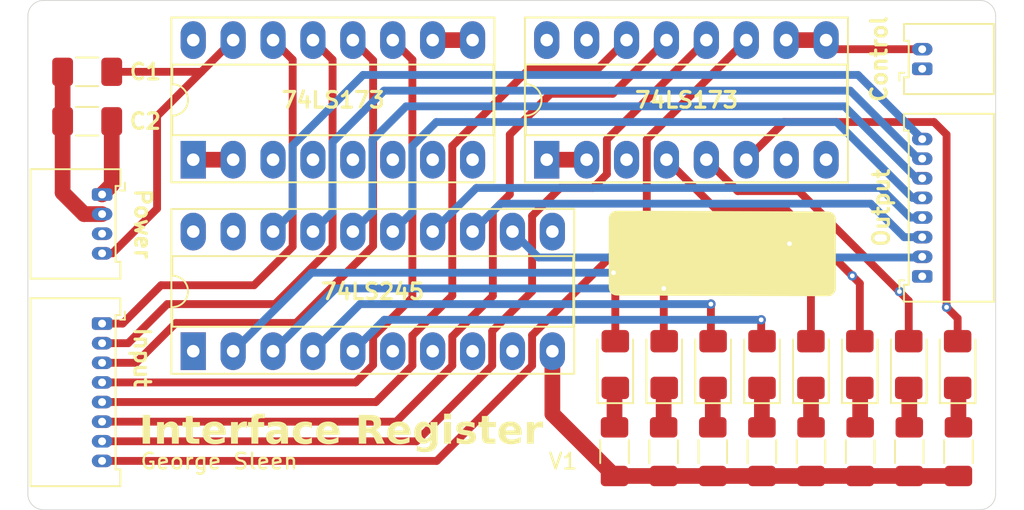
<source format=kicad_pcb>
(kicad_pcb (version 20240108) (generator "pcbnew") (generator_version "8.0")
  (layers (0 "F.Cu" signal) (1 "In1.Cu" signal) (2 "In2.Cu" signal) (31 "B.Cu" signal) (34 "B.Paste" user) (35 "F.Paste" user) (36 "B.SilkS" user "B.Silkscreen") (37 "F.SilkS" user "F.Silkscreen") (38 "B.Mask" user) (39 "F.Mask" user) (44 "Edge.Cuts" user))
  (net 0 "")
  (net 1 "Net-(D1-K)")
  (net 2 "GNDREF")
  (net 3 "Net-(D2-K)")
  (net 4 "Net-(D3-K)")
  (net 5 "Net-(D4-K)")
  (net 6 "Net-(D5-K)")
  (net 7 "Net-(D6-K)")
  (net 8 "Net-(D7-K)")
  (net 9 "Net-(D8-K)")
  (net 10 "/BUS 6")
  (net 11 "/A5")
  (net 12 "VCC")
  (net 13 "/A7")
  (net 14 "/BUS 5")
  (net 15 "/BUS 3")
  (net 16 "/A2")
  (net 17 "/A4")
  (net 18 "/BUS 1")
  (net 19 "/A6")
  (net 20 "/~{Aout}")
  (net 21 "/A0")
  (net 22 "/A1")
  (net 23 "/BUS 4")
  (net 24 "/A3")
  (net 25 "/BUS 0")
  (net 26 "/BUS 7")
  (net 27 "/BUS 2")
  (net 28 "/~{Ain}")
  (net 29 "/CLK")
  (net 30 "/CLR")
  (net 31 "Net-(D1-A)")
  (net 32 "Net-(D2-A)")
  (net 33 "Net-(D3-A)")
  (net 34 "Net-(D4-A)")
  (net 35 "Net-(D5-A)")
  (net 36 "Net-(D6-A)")
  (net 37 "Net-(D7-A)")
  (net 38 "Net-(D8-A)")
  (footprint "Package_DIP:DIP-16_W7.62mm_Socket_LongPads" (layer "F.Cu") (at 155.35 63.4 90)
    (property "Reference" "U5" (hide yes))
    (property "Value" "74LS173")
    (fp_line (start 9.06 -1.39) (end -1.44 -1.39) (stroke (width 0.12)) (layer "F.SilkS"))
    (fp_line (start -1.44 -1.39) (end -1.44 19.17) (stroke (width 0.12)) (layer "F.SilkS"))
    (fp_line (start 6.06 -1.33) (end 4.81 -1.33) (stroke (width 0.12)) (layer "F.SilkS"))
    (fp_line (start 2.81 -1.33) (end 1.56 -1.33) (stroke (width 0.12)) (layer "F.SilkS"))
    (fp_line (start 1.56 -1.33) (end 1.56 19.11) (stroke (width 0.12)) (layer "F.SilkS"))
    (fp_line (start 6.06 19.11) (end 6.06 -1.33) (stroke (width 0.12)) (layer "F.SilkS"))
    (fp_line (start 1.56 19.11) (end 6.06 19.11) (stroke (width 0.12)) (layer "F.SilkS"))
    (fp_line (start 9.06 19.17) (end 9.06 -1.39) (stroke (width 0.12)) (layer "F.SilkS"))
    (fp_line (start -1.44 19.17) (end 9.06 19.17) (stroke (width 0.12)) (layer "F.SilkS"))
    (fp_arc (start 4.81 -1.33) (mid 3.81 -0.33) (end 2.81 -1.33) (stroke (width 0.12)) (layer "F.SilkS"))
    (pad "1" thru_hole rect (at 0 0 90) (size 2.4 1.6) (drill 0.8) (layers "*.Cu" "*.Mask") (net 2 "GNDREF"))
    (pad "2" thru_hole oval (at 0 2.54 90) (size 2.4 1.6) (drill 0.8) (layers "*.Cu" "*.Mask") (net 2 "GNDREF"))
    (pad "3" thru_hole oval (at 0 5.08 90) (size 2.4 1.6) (drill 0.8) (layers "*.Cu" "*.Mask") (net 35 "Net-(D5-A)"))
    (pad "4" thru_hole oval (at 0 7.62 90) (size 2.4 1.6) (drill 0.8) (layers "*.Cu" "*.Mask") (net 36 "Net-(D6-A)"))
    (pad "5" thru_hole oval (at 0 10.16 90) (size 2.4 1.6) (drill 0.8) (layers "*.Cu" "*.Mask") (net 37 "Net-(D7-A)"))
    (pad "6" thru_hole oval (at 0 12.7 90) (size 2.4 1.6) (drill 0.8) (layers "*.Cu" "*.Mask") (net 38 "Net-(D8-A)"))
    (pad "7" thru_hole oval (at 0 15.24 90) (size 2.4 1.6) (drill 0.8) (layers "*.Cu" "*.Mask") (net 29 "/CLK"))
    (pad "8" thru_hole oval (at 0 17.78 90) (size 2.4 1.6) (drill 0.8) (layers "*.Cu" "*.Mask") (net 2 "GNDREF"))
    (pad "9" thru_hole oval (at 7.62 17.78 90) (size 2.4 1.6) (drill 0.8) (layers "*.Cu" "*.Mask") (net 28 "/~{Ain}"))
    (pad "10" thru_hole oval (at 7.62 15.24 90) (size 2.4 1.6) (drill 0.8) (layers "*.Cu" "*.Mask") (net 28 "/~{Ain}"))
    (pad "11" thru_hole oval (at 7.62 12.7 90) (size 2.4 1.6) (drill 0.8) (layers "*.Cu" "*.Mask") (net 25 "/BUS 0"))
    (pad "12" thru_hole oval (at 7.62 10.16 90) (size 2.4 1.6) (drill 0.8) (layers "*.Cu" "*.Mask") (net 18 "/BUS 1"))
    (pad "13" thru_hole oval (at 7.62 7.62 90) (size 2.4 1.6) (drill 0.8) (layers "*.Cu" "*.Mask") (net 27 "/BUS 2"))
    (pad "14" thru_hole oval (at 7.62 5.08 90) (size 2.4 1.6) (drill 0.8) (layers "*.Cu" "*.Mask") (net 15 "/BUS 3"))
    (pad "15" thru_hole oval (at 7.62 2.54 90) (size 2.4 1.6) (drill 0.8) (layers "*.Cu" "*.Mask") (net 30 "/CLR"))
    (pad "16" thru_hole oval (at 7.62 0 90) (size 2.4 1.6) (drill 0.8) (layers "*.Cu" "*.Mask") (net 12 "VCC"))
  )
  (footprint "LED_SMD:LED_1206_3216Metric_Pad1.42x1.75mm_HandSolder" (layer "F.Cu") (at 178.391714 76.451 90)
    (property "Reference" "D7" (hide yes))
    (property "Value" "LED")
    (fp_line (start 1.6 -1.135) (end -2.46 -1.135) (stroke (width 0.12)) (layer "F.SilkS"))
    (fp_line (start -2.46 -1.135) (end -2.46 1.135) (stroke (width 0.12)) (layer "F.SilkS"))
    (fp_line (start -2.46 1.135) (end 1.6 1.135) (stroke (width 0.12)) (layer "F.SilkS"))
    (pad "1" smd roundrect (at -1.4875 0 90) (size 1.425 1.75) (layers "F.Cu" "F.Paste" "F.Mask") (roundrect_rratio 0.175439) (net 8 "Net-(D7-K)"))
    (pad "2" smd roundrect (at 1.4875 0 90) (size 1.425 1.75) (layers "F.Cu" "F.Paste" "F.Mask") (roundrect_rratio 0.175439) (net 37 "Net-(D7-A)"))
  )
  (footprint "Connector_Molex:Molex_PicoBlade_53048-0210_1x02_P1.25mm_Horizontal" (layer "F.Cu") (at 179.25 57.61 90)
    (property "Reference" "J3" (hide yes))
    (property "Value" "Control")
    (fp_line (start -0.25 -1.45) (end -0.75 -1.45) (stroke (width 0.12)) (layer "F.SilkS"))
    (fp_line (start 2.86 -1.16) (end 2.86 4.56) (stroke (width 0.12)) (layer "F.SilkS"))
    (fp_line (start 1.79 -1.16) (end 2.86 -1.16) (stroke (width 0.12)) (layer "F.SilkS"))
    (fp_line (start -0.54 -1.16) (end -1.61 -1.16) (stroke (width 0.12)) (layer "F.SilkS"))
    (fp_line (start -1.61 -1.16) (end -1.61 4.56) (stroke (width 0.12)) (layer "F.SilkS"))
    (fp_line (start -0.25 -1.15) (end -0.25 -1.45) (stroke (width 0.12)) (layer "F.SilkS"))
    (fp_line (start 1.79 -0.86) (end 1.79 -1.16) (stroke (width 0.12)) (layer "F.SilkS"))
    (fp_line (start 0.625 -0.86) (end 1.79 -0.86) (stroke (width 0.12)) (layer "F.SilkS"))
    (fp_line (start 0.625 -0.86) (end -0.54 -0.86) (stroke (width 0.12)) (layer "F.SilkS"))
    (fp_line (start -0.54 -0.86) (end -0.54 -1.16) (stroke (width 0.12)) (layer "F.SilkS"))
    (fp_line (start 2.86 4.56) (end 0.625 4.56) (stroke (width 0.12)) (layer "F.SilkS"))
    (fp_line (start -1.61 4.56) (end 0.625 4.56) (stroke (width 0.12)) (layer "F.SilkS"))
    (pad "1" thru_hole roundrect (at 0 0 90) (size 0.8 1.3) (drill 0.5) (layers "*.Cu" "*.Mask") (net 20 "/~{Aout}"))
    (pad "2" thru_hole oval (at 1.25 0 90) (size 0.8 1.3) (drill 0.5) (layers "*.Cu" "*.Mask") (net 28 "/~{Ain}"))
  )
  (footprint "LED_SMD:LED_1206_3216Metric_Pad1.42x1.75mm_HandSolder" (layer "F.Cu") (at 165.940286 76.451 90)
    (property "Reference" "D3" (hide yes))
    (property "Value" "LED")
    (fp_line (start 1.6 -1.135) (end -2.46 -1.135) (stroke (width 0.12)) (layer "F.SilkS"))
    (fp_line (start -2.46 -1.135) (end -2.46 1.135) (stroke (width 0.12)) (layer "F.SilkS"))
    (fp_line (start -2.46 1.135) (end 1.6 1.135) (stroke (width 0.12)) (layer "F.SilkS"))
    (pad "1" smd roundrect (at -1.4875 0 90) (size 1.425 1.75) (layers "F.Cu" "F.Paste" "F.Mask") (roundrect_rratio 0.175439) (net 4 "Net-(D3-K)"))
    (pad "2" smd roundrect (at 1.4875 0 90) (size 1.425 1.75) (layers "F.Cu" "F.Paste" "F.Mask") (roundrect_rratio 0.175439) (net 33 "Net-(D3-A)"))
  )
  (footprint "Capacitor_SMD:C_1206_3216Metric_Pad1.33x1.80mm_HandSolder" (layer "F.Cu") (at 126.1 57.8)
    (property "Reference" "C1" (at 3.7 0 0) (layer "F.SilkS") (effects (font (thickness 0.2) (bold yes))))
    (property "Value" "0.1uF")
    (fp_line (start -0.711252 -0.91) (end 0.711252 -0.91) (stroke (width 0.12)) (layer "F.SilkS"))
    (fp_line (start -0.711252 0.91) (end 0.711252 0.91) (stroke (width 0.12)) (layer "F.SilkS"))
    (pad "1" smd roundrect (at -1.5625 0) (size 1.325 1.8) (layers "F.Cu" "F.Paste" "F.Mask") (roundrect_rratio 0.188679) (net 2 "GNDREF"))
    (pad "2" smd roundrect (at 1.5625 0) (size 1.325 1.8) (layers "F.Cu" "F.Paste" "F.Mask") (roundrect_rratio 0.188679) (net 30 "/CLR"))
  )
  (footprint "Resistor_SMD:R_1206_3216Metric_Pad1.30x1.75mm_HandSolder" (layer "F.Cu") (at 178.427424 82.0005 -90)
    (property "Reference" "R7" (hide yes))
    (property "Value" "220")
    (fp_line (start -0.727064 0.91) (end 0.727064 0.91) (stroke (width 0.12)) (layer "F.SilkS"))
    (fp_line (start -0.727064 -0.91) (end 0.727064 -0.91) (stroke (width 0.12)) (layer "F.SilkS"))
    (pad "1" smd roundrect (at -1.55 0 270) (size 1.3 1.75) (layers "F.Cu" "F.Paste" "F.Mask") (roundrect_rratio 0.192308) (net 8 "Net-(D7-K)"))
    (pad "2" smd roundrect (at 1.55 0 270) (size 1.3 1.75) (layers "F.Cu" "F.Paste" "F.Mask") (roundrect_rratio 0.192308) (net 2 "GNDREF"))
  )
  (footprint "Package_DIP:DIP-20_W7.62mm_Socket_LongPads" (layer "F.Cu") (at 132.85 75.6 90)
    (property "Reference" "U6" (hide yes))
    (property "Value" "74LS245")
    (fp_line (start 9.06 -1.39) (end -1.44 -1.39) (stroke (width 0.12)) (layer "F.SilkS"))
    (fp_line (start -1.44 -1.39) (end -1.44 24.25) (stroke (width 0.12)) (layer "F.SilkS"))
    (fp_line (start 6.06 -1.33) (end 4.81 -1.33) (stroke (width 0.12)) (layer "F.SilkS"))
    (fp_line (start 2.81 -1.33) (end 1.56 -1.33) (stroke (width 0.12)) (layer "F.SilkS"))
    (fp_line (start 1.56 -1.33) (end 1.56 24.19) (stroke (width 0.12)) (layer "F.SilkS"))
    (fp_line (start 6.06 24.19) (end 6.06 -1.33) (stroke (width 0.12)) (layer "F.SilkS"))
    (fp_line (start 1.56 24.19) (end 6.06 24.19) (stroke (width 0.12)) (layer "F.SilkS"))
    (fp_line (start 9.06 24.25) (end 9.06 -1.39) (stroke (width 0.12)) (layer "F.SilkS"))
    (fp_line (start -1.44 24.25) (end 9.06 24.25) (stroke (width 0.12)) (layer "F.SilkS"))
    (fp_arc (start 4.81 -1.33) (mid 3.81 -0.33) (end 2.81 -1.33) (stroke (width 0.12)) (layer "F.SilkS"))
    (pad "1" thru_hole rect (at 0 0 90) (size 2.4 1.6) (drill 0.8) (layers "*.Cu" "*.Mask") (net 12 "VCC"))
    (pad "2" thru_hole oval (at 0 2.54 90) (size 2.4 1.6) (drill 0.8) (layers "*.Cu" "*.Mask") (net 31 "Net-(D1-A)"))
    (pad "3" thru_hole oval (at 0 5.08 90) (size 2.4 1.6) (drill 0.8) (layers "*.Cu" "*.Mask") (net 32 "Net-(D2-A)"))
    (pad "4" thru_hole oval (at 0 7.62 90) (size 2.4 1.6) (drill 0.8) (layers "*.Cu" "*.Mask") (net 33 "Net-(D3-A)"))
    (pad "5" thru_hole oval (at 0 10.16 90) (size 2.4 1.6) (drill 0.8) (layers "*.Cu" "*.Mask") (net 34 "Net-(D4-A)"))
    (pad "6" thru_hole oval (at 0 12.7 90) (size 2.4 1.6) (drill 0.8) (layers "*.Cu" "*.Mask") (net 35 "Net-(D5-A)"))
    (pad "7" thru_hole oval (at 0 15.24 90) (size 2.4 1.6) (drill 0.8) (layers "*.Cu" "*.Mask") (net 36 "Net-(D6-A)"))
    (pad "8" thru_hole oval (at 0 17.78 90) (size 2.4 1.6) (drill 0.8) (layers "*.Cu" "*.Mask") (net 37 "Net-(D7-A)"))
    (pad "9" thru_hole oval (at 0 20.32 90) (size 2.4 1.6) (drill 0.8) (layers "*.Cu" "*.Mask") (net 38 "Net-(D8-A)"))
    (pad "10" thru_hole oval (at 0 22.86 90) (size 2.4 1.6) (drill 0.8) (layers "*.Cu" "*.Mask") (net 2 "GNDREF"))
    (pad "11" thru_hole oval (at 7.62 22.86 90) (size 2.4 1.6) (drill 0.8) (layers "*.Cu" "*.Mask") (net 13 "/A7"))
    (pad "12" thru_hole oval (at 7.62 20.32 90) (size 2.4 1.6) (drill 0.8) (layers "*.Cu" "*.Mask") (net 19 "/A6"))
    (pad "13" thru_hole oval (at 7.62 17.78 90) (size 2.4 1.6) (drill 0.8) (layers "*.Cu" "*.Mask") (net 11 "/A5"))
    (pad "14" thru_hole oval (at 7.62 15.24 90) (size 2.4 1.6) (drill 0.8) (layers "*.Cu" "*.Mask") (net 17 "/A4"))
    (pad "15" thru_hole oval (at 7.62 12.7 90) (size 2.4 1.6) (drill 0.8) (layers "*.Cu" "*.Mask") (net 24 "/A3"))
    (pad "16" thru_hole oval (at 7.62 10.16 90) (size 2.4 1.6) (drill 0.8) (layers "*.Cu" "*.Mask") (net 16 "/A2"))
    (pad "17" thru_hole oval (at 7.62 7.62 90) (size 2.4 1.6) (drill 0.8) (layers "*.Cu" "*.Mask") (net 22 "/A1"))
    (pad "18" thru_hole oval (at 7.62 5.08 90) (size 2.4 1.6) (drill 0.8) (layers "*.Cu" "*.Mask") (net 21 "/A0"))
    (pad "19" thru_hole oval (at 7.62 2.54 90) (size 2.4 1.6) (drill 0.8) (layers "*.Cu" "*.Mask") (net 20 "/~{Aout}"))
    (pad "20" thru_hole oval (at 7.62 0 90) (size 2.4 1.6) (drill 0.8) (layers "*.Cu" "*.Mask") (net 12 "VCC"))
  )
  (footprint "LED_SMD:LED_1206_3216Metric_Pad1.42x1.75mm_HandSolder" (layer "F.Cu") (at 169.053143 76.451 90)
    (property "Reference" "D4" (hide yes))
    (property "Value" "LED")
    (fp_line (start 1.6 -1.135) (end -2.46 -1.135) (stroke (width 0.12)) (layer "F.SilkS"))
    (fp_line (start -2.46 -1.135) (end -2.46 1.135) (stroke (width 0.12)) (layer "F.SilkS"))
    (fp_line (start -2.46 1.135) (end 1.6 1.135) (stroke (width 0.12)) (layer "F.SilkS"))
    (pad "1" smd roundrect (at -1.4875 0 90) (size 1.425 1.75) (layers "F.Cu" "F.Paste" "F.Mask") (roundrect_rratio 0.175439) (net 5 "Net-(D4-K)"))
    (pad "2" smd roundrect (at 1.4875 0 90) (size 1.425 1.75) (layers "F.Cu" "F.Paste" "F.Mask") (roundrect_rratio 0.175439) (net 34 "Net-(D4-A)"))
  )
  (footprint "LED_SMD:LED_1206_3216Metric_Pad1.42x1.75mm_HandSolder" (layer "F.Cu") (at 175.278857 76.451 90)
    (property "Reference" "D6" (hide yes))
    (property "Value" "LED")
    (fp_line (start 1.6 -1.135) (end -2.46 -1.135) (stroke (width 0.12)) (layer "F.SilkS"))
    (fp_line (start -2.46 -1.135) (end -2.46 1.135) (stroke (width 0.12)) (layer "F.SilkS"))
    (fp_line (start -2.46 1.135) (end 1.6 1.135) (stroke (width 0.12)) (layer "F.SilkS"))
    (pad "1" smd roundrect (at -1.4875 0 90) (size 1.425 1.75) (layers "F.Cu" "F.Paste" "F.Mask") (roundrect_rratio 0.175439) (net 7 "Net-(D6-K)"))
    (pad "2" smd roundrect (at 1.4875 0 90) (size 1.425 1.75) (layers "F.Cu" "F.Paste" "F.Mask") (roundrect_rratio 0.175439) (net 36 "Net-(D6-A)"))
  )
  (footprint "Connector_Molex:Molex_PicoBlade_53048-0810_1x08_P1.25mm_Horizontal" (layer "F.Cu") (at 179.25 70.835 90)
    (property "Reference" "J4" (hide yes))
    (property "Value" "A Value")
    (fp_line (start -0.25 -1.45) (end -0.75 -1.45) (stroke (width 0.12)) (layer "F.SilkS"))
    (fp_line (start 10.36 -1.16) (end 10.36 4.56) (stroke (width 0.12)) (layer "F.SilkS"))
    (fp_line (start 9.29 -1.16) (end 10.36 -1.16) (stroke (width 0.12)) (layer "F.SilkS"))
    (fp_line (start -0.54 -1.16) (end -1.61 -1.16) (stroke (width 0.12)) (layer "F.SilkS"))
    (fp_line (start -1.61 -1.16) (end -1.61 4.56) (stroke (width 0.12)) (layer "F.SilkS"))
    (fp_line (start -0.25 -1.15) (end -0.25 -1.45) (stroke (width 0.12)) (layer "F.SilkS"))
    (fp_line (start 9.29 -0.86) (end 9.29 -1.16) (stroke (width 0.12)) (layer "F.SilkS"))
    (fp_line (start 4.375 -0.86) (end 9.29 -0.86) (stroke (width 0.12)) (layer "F.SilkS"))
    (fp_line (start 4.375 -0.86) (end -0.54 -0.86) (stroke (width 0.12)) (layer "F.SilkS"))
    (fp_line (start -0.54 -0.86) (end -0.54 -1.16) (stroke (width 0.12)) (layer "F.SilkS"))
    (fp_line (start 10.36 4.56) (end 4.375 4.56) (stroke (width 0.12)) (layer "F.SilkS"))
    (fp_line (start -1.61 4.56) (end 4.375 4.56) (stroke (width 0.12)) (layer "F.SilkS"))
    (pad "1" thru_hole roundrect (at 0 0 90) (size 0.8 1.3) (drill 0.5) (layers "*.Cu" "*.Mask") (net 13 "/A7"))
    (pad "2" thru_hole oval (at 1.25 0 90) (size 0.8 1.3) (drill 0.5) (layers "*.Cu" "*.Mask") (net 19 "/A6"))
    (pad "3" thru_hole oval (at 2.5 0 90) (size 0.8 1.3) (drill 0.5) (layers "*.Cu" "*.Mask") (net 11 "/A5"))
    (pad "4" thru_hole oval (at 3.75 0 90) (size 0.8 1.3) (drill 0.5) (layers "*.Cu" "*.Mask") (net 17 "/A4"))
    (pad "5" thru_hole oval (at 5 0 90) (size 0.8 1.3) (drill 0.5) (layers "*.Cu" "*.Mask") (net 24 "/A3"))
    (pad "6" thru_hole oval (at 6.25 0 90) (size 0.8 1.3) (drill 0.5) (layers "*.Cu" "*.Mask") (net 16 "/A2"))
    (pad "7" thru_hole oval (at 7.5 0 90) (size 0.8 1.3) (drill 0.5) (layers "*.Cu" "*.Mask") (net 22 "/A1"))
    (pad "8" thru_hole oval (at 8.75 0 90) (size 0.8 1.3) (drill 0.5) (layers "*.Cu" "*.Mask") (net 21 "/A0"))
  )
  (footprint "Resistor_SMD:R_1206_3216Metric_Pad1.30x1.75mm_HandSolder" (layer "F.Cu") (at 165.918856 82.0005 -90)
    (property "Reference" "R3" (hide yes))
    (property "Value" "220")
    (fp_line (start -0.727064 0.91) (end 0.727064 0.91) (stroke (width 0.12)) (layer "F.SilkS"))
    (fp_line (start -0.727064 -0.91) (end 0.727064 -0.91) (stroke (width 0.12)) (layer "F.SilkS"))
    (pad "1" smd roundrect (at -1.55 0 270) (size 1.3 1.75) (layers "F.Cu" "F.Paste" "F.Mask") (roundrect_rratio 0.192308) (net 4 "Net-(D3-K)"))
    (pad "2" smd roundrect (at 1.55 0 270) (size 1.3 1.75) (layers "F.Cu" "F.Paste" "F.Mask") (roundrect_rratio 0.192308) (net 2 "GNDREF"))
  )
  (footprint "LED_SMD:LED_1206_3216Metric_Pad1.42x1.75mm_HandSolder" (layer "F.Cu") (at 159.714572 76.451 90)
    (property "Reference" "D1" (hide yes))
    (property "Value" "LED")
    (fp_line (start 1.6 -1.135) (end -2.46 -1.135) (stroke (width 0.12)) (layer "F.SilkS"))
    (fp_line (start -2.46 -1.135) (end -2.46 1.135) (stroke (width 0.12)) (layer "F.SilkS"))
    (fp_line (start -2.46 1.135) (end 1.6 1.135) (stroke (width 0.12)) (layer "F.SilkS"))
    (pad "1" smd roundrect (at -1.4875 0 90) (size 1.425 1.75) (layers "F.Cu" "F.Paste" "F.Mask") (roundrect_rratio 0.175439) (net 1 "Net-(D1-K)"))
    (pad "2" smd roundrect (at 1.4875 0 90) (size 1.425 1.75) (layers "F.Cu" "F.Paste" "F.Mask") (roundrect_rratio 0.175439) (net 31 "Net-(D1-A)"))
  )
  (footprint "Resistor_SMD:R_1206_3216Metric_Pad1.30x1.75mm_HandSolder" (layer "F.Cu") (at 181.554572 82.0005 -90)
    (property "Reference" "R8" (hide yes))
    (property "Value" "220")
    (fp_line (start -0.727064 0.91) (end 0.727064 0.91) (stroke (width 0.12)) (layer "F.SilkS"))
    (fp_line (start -0.727064 -0.91) (end 0.727064 -0.91) (stroke (width 0.12)) (layer "F.SilkS"))
    (pad "1" smd roundrect (at -1.55 0 270) (size 1.3 1.75) (layers "F.Cu" "F.Paste" "F.Mask") (roundrect_rratio 0.192308) (net 9 "Net-(D8-K)"))
    (pad "2" smd roundrect (at 1.55 0 270) (size 1.3 1.75) (layers "F.Cu" "F.Paste" "F.Mask") (roundrect_rratio 0.192308) (net 2 "GNDREF"))
  )
  (footprint "LED_SMD:LED_1206_3216Metric_Pad1.42x1.75mm_HandSolder" (layer "F.Cu") (at 162.827429 76.451 90)
    (property "Reference" "D2" (hide yes))
    (property "Value" "LED")
    (fp_line (start 1.6 -1.135) (end -2.46 -1.135) (stroke (width 0.12)) (layer "F.SilkS"))
    (fp_line (start -2.46 -1.135) (end -2.46 1.135) (stroke (width 0.12)) (layer "F.SilkS"))
    (fp_line (start -2.46 1.135) (end 1.6 1.135) (stroke (width 0.12)) (layer "F.SilkS"))
    (pad "1" smd roundrect (at -1.4875 0 90) (size 1.425 1.75) (layers "F.Cu" "F.Paste" "F.Mask") (roundrect_rratio 0.175439) (net 3 "Net-(D2-K)"))
    (pad "2" smd roundrect (at 1.4875 0 90) (size 1.425 1.75) (layers "F.Cu" "F.Paste" "F.Mask") (roundrect_rratio 0.175439) (net 32 "Net-(D2-A)"))
  )
  (footprint "Resistor_SMD:R_1206_3216Metric_Pad1.30x1.75mm_HandSolder" (layer "F.Cu") (at 159.664572 82.0005 -90)
    (property "Reference" "R1" (hide yes))
    (property "Value" "220")
    (fp_line (start -0.727064 0.91) (end 0.727064 0.91) (stroke (width 0.12)) (layer "F.SilkS"))
    (fp_line (start -0.727064 -0.91) (end 0.727064 -0.91) (stroke (width 0.12)) (layer "F.SilkS"))
    (pad "1" smd roundrect (at -1.55 0 270) (size 1.3 1.75) (layers "F.Cu" "F.Paste" "F.Mask") (roundrect_rratio 0.192308) (net 1 "Net-(D1-K)"))
    (pad "2" smd roundrect (at 1.55 0 270) (size 1.3 1.75) (layers "F.Cu" "F.Paste" "F.Mask") (roundrect_rratio 0.192308) (net 2 "GNDREF"))
  )
  (footprint "Resistor_SMD:R_1206_3216Metric_Pad1.30x1.75mm_HandSolder" (layer "F.Cu") (at 169.045998 82.0005 -90)
    (property "Reference" "R4" (hide yes))
    (property "Value" "220")
    (fp_line (start -0.727064 0.91) (end 0.727064 0.91) (stroke (width 0.12)) (layer "F.SilkS"))
    (fp_line (start -0.727064 -0.91) (end 0.727064 -0.91) (stroke (width 0.12)) (layer "F.SilkS"))
    (pad "1" smd roundrect (at -1.55 0 270) (size 1.3 1.75) (layers "F.Cu" "F.Paste" "F.Mask") (roundrect_rratio 0.192308) (net 5 "Net-(D4-K)"))
    (pad "2" smd roundrect (at 1.55 0 270) (size 1.3 1.75) (layers "F.Cu" "F.Paste" "F.Mask") (roundrect_rratio 0.192308) (net 2 "GNDREF"))
  )
  (footprint "Capacitor_SMD:C_1206_3216Metric_Pad1.33x1.80mm_HandSolder" (layer "F.Cu") (at 126.1 60.95 180)
    (property "Reference" "C2" (at -3.7 0 0) (layer "F.SilkS") (effects (font (thickness 0.2) (bold yes))))
    (property "Value" "0.1uF")
    (fp_line (start -0.711252 0.91) (end 0.711252 0.91) (stroke (width 0.12)) (layer "F.SilkS"))
    (fp_line (start -0.711252 -0.91) (end 0.711252 -0.91) (stroke (width 0.12)) (layer "F.SilkS"))
    (pad "1" smd roundrect (at -1.5625 0 180) (size 1.325 1.8) (layers "F.Cu" "F.Paste" "F.Mask") (roundrect_rratio 0.188679) (net 12 "VCC"))
    (pad "2" smd roundrect (at 1.5625 0 180) (size 1.325 1.8) (layers "F.Cu" "F.Paste" "F.Mask") (roundrect_rratio 0.188679) (net 2 "GNDREF"))
  )
  (footprint "Connector_Molex:Molex_PicoBlade_53048-0410_1x04_P1.25mm_Horizontal" (layer "F.Cu") (at 127.05 65.615 -90)
    (property "Reference" "J1" (hide yes))
    (property "Value" "Power")
    (fp_line (start -1.61 4.56) (end 1.875 4.56) (stroke (width 0.12)) (layer "F.SilkS"))
    (fp_line (start 5.36 4.56) (end 1.875 4.56) (stroke (width 0.12)) (layer "F.SilkS"))
    (fp_line (start -0.54 -0.86) (end -0.54 -1.16) (stroke (width 0.12)) (layer "F.SilkS"))
    (fp_line (start 1.875 -0.86) (end -0.54 -0.86) (stroke (width 0.12)) (layer "F.SilkS"))
    (fp_line (start 1.875 -0.86) (end 4.29 -0.86) (stroke (width 0.12)) (layer "F.SilkS"))
    (fp_line (start 4.29 -0.86) (end 4.29 -1.16) (stroke (width 0.12)) (layer "F.SilkS"))
    (fp_line (start -0.25 -1.15) (end -0.25 -1.45) (stroke (width 0.12)) (layer "F.SilkS"))
    (fp_line (start -1.61 -1.16) (end -1.61 4.56) (stroke (width 0.12)) (layer "F.SilkS"))
    (fp_line (start -0.54 -1.16) (end -1.61 -1.16) (stroke (width 0.12)) (layer "F.SilkS"))
    (fp_line (start 4.29 -1.16) (end 5.36 -1.16) (stroke (width 0.12)) (layer "F.SilkS"))
    (fp_line (start 5.36 -1.16) (end 5.36 4.56) (stroke (width 0.12)) (layer "F.SilkS"))
    (fp_line (start -0.25 -1.45) (end -0.75 -1.45) (stroke (width 0.12)) (layer "F.SilkS"))
    (pad "1" thru_hole roundrect (at 0 0 270) (size 0.8 1.3) (drill 0.5) (layers "*.Cu" "*.Mask") (net 12 "VCC"))
    (pad "2" thru_hole oval (at 1.25 0 270) (size 0.8 1.3) (drill 0.5) (layers "*.Cu" "*.Mask") (net 2 "GNDREF"))
    (pad "3" thru_hole oval (at 2.5 0 270) (size 0.8 1.3) (drill 0.5) (layers "*.Cu" "*.Mask") (net 29 "/CLK"))
    (pad "4" thru_hole oval (at 3.75 0 270) (size 0.8 1.3) (drill 0.5) (layers "*.Cu" "*.Mask") (net 30 "/CLR"))
  )
  (footprint "Resistor_SMD:R_1206_3216Metric_Pad1.30x1.75mm_HandSolder" (layer "F.Cu") (at 162.791714 82.0005 -90)
    (property "Reference" "R2" (hide yes))
    (property "Value" "220")
    (fp_line (start -0.727064 0.91) (end 0.727064 0.91) (stroke (width 0.12)) (layer "F.SilkS"))
    (fp_line (start -0.727064 -0.91) (end 0.727064 -0.91) (stroke (width 0.12)) (layer "F.SilkS"))
    (pad "1" smd roundrect (at -1.55 0 270) (size 1.3 1.75) (layers "F.Cu" "F.Paste" "F.Mask") (roundrect_rratio 0.192308) (net 3 "Net-(D2-K)"))
    (pad "2" smd roundrect (at 1.55 0 270) (size 1.3 1.75) (layers "F.Cu" "F.Paste" "F.Mask") (roundrect_rratio 0.192308) (net 2 "GNDREF"))
  )
  (footprint "Connector_Molex:Molex_PicoBlade_53048-0810_1x08_P1.25mm_Horizontal" (layer "F.Cu") (at 127.05 73.84 -90)
    (property "Reference" "J2" (hide yes))
    (property "Value" "Bus")
    (fp_line (start -1.61 4.56) (end 4.375 4.56) (stroke (width 0.12)) (layer "F.SilkS"))
    (fp_line (start 10.36 4.56) (end 4.375 4.56) (stroke (width 0.12)) (layer "F.SilkS"))
    (fp_line (start -0.54 -0.86) (end -0.54 -1.16) (stroke (width 0.12)) (layer "F.SilkS"))
    (fp_line (start 4.375 -0.86) (end -0.54 -0.86) (stroke (width 0.12)) (layer "F.SilkS"))
    (fp_line (start 4.375 -0.86) (end 9.29 -0.86) (stroke (width 0.12)) (layer "F.SilkS"))
    (fp_line (start 9.29 -0.86) (end 9.29 -1.16) (stroke (width 0.12)) (layer "F.SilkS"))
    (fp_line (start -0.25 -1.15) (end -0.25 -1.45) (stroke (width 0.12)) (layer "F.SilkS"))
    (fp_line (start -1.61 -1.16) (end -1.61 4.56) (stroke (width 0.12)) (layer "F.SilkS"))
    (fp_line (start -0.54 -1.16) (end -1.61 -1.16) (stroke (width 0.12)) (layer "F.SilkS"))
    (fp_line (start 9.29 -1.16) (end 10.36 -1.16) (stroke (width 0.12)) (layer "F.SilkS"))
    (fp_line (start 10.36 -1.16) (end 10.36 4.56) (stroke (width 0.12)) (layer "F.SilkS"))
    (fp_line (start -0.25 -1.45) (end -0.75 -1.45) (stroke (width 0.12)) (layer "F.SilkS"))
    (pad "1" thru_hole roundrect (at 0 0 270) (size 0.8 1.3) (drill 0.5) (layers "*.Cu" "*.Mask") (net 26 "/BUS 7"))
    (pad "2" thru_hole oval (at 1.25 0 270) (size 0.8 1.3) (drill 0.5) (layers "*.Cu" "*.Mask") (net 10 "/BUS 6"))
    (pad "3" thru_hole oval (at 2.5 0 270) (size 0.8 1.3) (drill 0.5) (layers "*.Cu" "*.Mask") (net 14 "/BUS 5"))
    (pad "4" thru_hole oval (at 3.75 0 270) (size 0.8 1.3) (drill 0.5) (layers "*.Cu" "*.Mask") (net 23 "/BUS 4"))
    (pad "5" thru_hole oval (at 5 0 270) (size 0.8 1.3) (drill 0.5) (layers "*.Cu" "*.Mask") (net 15 "/BUS 3"))
    (pad "6" thru_hole oval (at 6.25 0 270) (size 0.8 1.3) (drill 0.5) (layers "*.Cu" "*.Mask") (net 27 "/BUS 2"))
    (pad "7" thru_hole oval (at 7.5 0 270) (size 0.8 1.3) (drill 0.5) (layers "*.Cu" "*.Mask") (net 18 "/BUS 1"))
    (pad "8" thru_hole oval (at 8.75 0 270) (size 0.8 1.3) (drill 0.5) (layers "*.Cu" "*.Mask") (net 25 "/BUS 0"))
  )
  (footprint "LED_SMD:LED_1206_3216Metric_Pad1.42x1.75mm_HandSolder" (layer "F.Cu") (at 181.504572 76.451 90)
    (property "Reference" "D8" (hide yes))
    (property "Value" "LED")
    (fp_line (start 1.6 -1.135) (end -2.46 -1.135) (stroke (width 0.12)) (layer "F.SilkS"))
    (fp_line (start -2.46 -1.135) (end -2.46 1.135) (stroke (width 0.12)) (layer "F.SilkS"))
    (fp_line (start -2.46 1.135) (end 1.6 1.135) (stroke (width 0.12)) (layer "F.SilkS"))
    (pad "1" smd roundrect (at -1.4875 0 90) (size 1.425 1.75) (layers "F.Cu" "F.Paste" "F.Mask") (roundrect_rratio 0.175439) (net 9 "Net-(D8-K)"))
    (pad "2" smd roundrect (at 1.4875 0 90) (size 1.425 1.75) (layers "F.Cu" "F.Paste" "F.Mask") (roundrect_rratio 0.175439) (net 38 "Net-(D8-A)"))
  )
  (footprint "Resistor_SMD:R_1206_3216Metric_Pad1.30x1.75mm_HandSolder" (layer "F.Cu") (at 172.17314 82.0005 -90)
    (property "Reference" "R5" (hide yes))
    (property "Value" "220")
    (fp_line (start -0.727064 0.91) (end 0.727064 0.91) (stroke (width 0.12)) (layer "F.SilkS"))
    (fp_line (start -0.727064 -0.91) (end 0.727064 -0.91) (stroke (width 0.12)) (layer "F.SilkS"))
    (pad "1" smd roundrect (at -1.55 0 270) (size 1.3 1.75) (layers "F.Cu" "F.Paste" "F.Mask") (roundrect_rratio 0.192308) (net 6 "Net-(D5-K)"))
    (pad "2" smd roundrect (at 1.55 0 270) (size 1.3 1.75) (layers "F.Cu" "F.Paste" "F.Mask") (roundrect_rratio 0.192308) (net 2 "GNDREF"))
  )
  (footprint "Package_DIP:DIP-16_W7.62mm_Socket_LongPads" (layer "F.Cu") (at 132.85 63.4 90)
    (property "Reference" "U4" (hide yes))
    (property "Value" "74LS173")
    (fp_line (start 9.06 -1.39) (end -1.44 -1.39) (stroke (width 0.12)) (layer "F.SilkS"))
    (fp_line (start -1.44 -1.39) (end -1.44 19.17) (stroke (width 0.12)) (layer "F.SilkS"))
    (fp_line (start 6.06 -1.33) (end 4.81 -1.33) (stroke (width 0.12)) (layer "F.SilkS"))
    (fp_line (start 2.81 -1.33) (end 1.56 -1.33) (stroke (width 0.12)) (layer "F.SilkS"))
    (fp_line (start 1.56 -1.33) (end 1.56 19.11) (stroke (width 0.12)) (layer "F.SilkS"))
    (fp_line (start 6.06 19.11) (end 6.06 -1.33) (stroke (width 0.12)) (layer "F.SilkS"))
    (fp_line (start 1.56 19.11) (end 6.06 19.11) (stroke (width 0.12)) (layer "F.SilkS"))
    (fp_line (start 9.06 19.17) (end 9.06 -1.39) (stroke (width 0.12)) (layer "F.SilkS"))
    (fp_line (start -1.44 19.17) (end 9.06 19.17) (stroke (width 0.12)) (layer "F.SilkS"))
    (fp_arc (start 4.81 -1.33) (mid 3.81 -0.33) (end 2.81 -1.33) (stroke (width 0.12)) (layer "F.SilkS"))
    (pad "1" thru_hole rect (at 0 0 90) (size 2.4 1.6) (drill 0.8) (layers "*.Cu" "*.Mask") (net 2 "GNDREF"))
    (pad "2" thru_hole oval (at 0 2.54 90) (size 2.4 1.6) (drill 0.8) (layers "*.Cu" "*.Mask") (net 2 "GNDREF"))
    (pad "3" thru_hole oval (at 0 5.08 90) (size 2.4 1.6) (drill 0.8) (layers "*.Cu" "*.Mask") (net 31 "Net-(D1-A)"))
    (pad "4" thru_hole oval (at 0 7.62 90) (size 2.4 1.6) (drill 0.8) (layers "*.Cu" "*.Mask") (net 32 "Net-(D2-A)"))
    (pad "5" thru_hole oval (at 0 10.16 90) (size 2.4 1.6) (drill 0.8) (layers "*.Cu" "*.Mask") (net 33 "Net-(D3-A)"))
    (pad "6" thru_hole oval (at 0 12.7 90) (size 2.4 1.6) (drill 0.8) (layers "*.Cu" "*.Mask") (net 34 "Net-(D4-A)"))
    (pad "7" thru_hole oval (at 0 15.24 90) (size 2.4 1.6) (drill 0.8) (layers "*.Cu" "*.Mask") (net 29 "/CLK"))
    (pad "8" thru_hole oval (at 0 17.78 90) (size 2.4 1.6) (drill 0.8) (layers "*.Cu" "*.Mask") (net 2 "GNDREF"))
    (pad "9" thru_hole oval (at 7.62 17.78 90) (size 2.4 1.6) (drill 0.8) (layers "*.Cu" "*.Mask") (net 28 "/~{Ain}"))
    (pad "10" thru_hole oval (at 7.62 15.24 90) (size 2.4 1.6) (drill 0.8) (layers "*.Cu" "*.Mask") (net 28 "/~{Ain}"))
    (pad "11" thru_hole oval (at 7.62 12.7 90) (size 2.4 1.6) (drill 0.8) (layers "*.Cu" "*.Mask") (net 23 "/BUS 4"))
    (pad "12" thru_hole oval (at 7.62 10.16 90) (size 2.4 1.6) (drill 0.8) (layers "*.Cu" "*.Mask") (net 14 "/BUS 5"))
    (pad "13" thru_hole oval (at 7.62 7.62 90) (size 2.4 1.6) (drill 0.8) (layers "*.Cu" "*.Mask") (net 10 "/BUS 6"))
    (pad "14" thru_hole oval (at 7.62 5.08 90) (size 2.4 1.6) (drill 0.8) (layers "*.Cu" "*.Mask") (net 26 "/BUS 7"))
    (pad "15" thru_hole oval (at 7.62 2.54 90) (size 2.4 1.6) (drill 0.8) (layers "*.Cu" "*.Mask") (net 30 "/CLR"))
    (pad "16" thru_hole oval (at 7.62 0 90) (size 2.4 1.6) (drill 0.8) (layers "*.Cu" "*.Mask") (net 12 "VCC"))
  )
  (footprint "LED_SMD:LED_1206_3216Metric_Pad1.42x1.75mm_HandSolder" (layer "F.Cu") (at 172.166 76.451 90)
    (property "Reference" "D5" (hide yes))
    (property "Value" "LED")
    (fp_line (start 1.6 -1.135) (end -2.46 -1.135) (stroke (width 0.12)) (layer "F.SilkS"))
    (fp_line (start -2.46 -1.135) (end -2.46 1.135) (stroke (width 0.12)) (layer "F.SilkS"))
    (fp_line (start -2.46 1.135) (end 1.6 1.135) (stroke (width 0.12)) (layer "F.SilkS"))
    (pad "1" smd roundrect (at -1.4875 0 90) (size 1.425 1.75) (layers "F.Cu" "F.Paste" "F.Mask") (roundrect_rratio 0.175439) (net 6 "Net-(D5-K)"))
    (pad "2" smd roundrect (at 1.4875 0 90) (size 1.425 1.75) (layers "F.Cu" "F.Paste" "F.Mask") (roundrect_rratio 0.175439) (net 35 "Net-(D5-A)"))
  )
  (footprint "Resistor_SMD:R_1206_3216Metric_Pad1.30x1.75mm_HandSolder" (layer "F.Cu") (at 175.300282 82.0005 -90)
    (property "Reference" "R6" (hide yes))
    (property "Value" "220")
    (fp_line (start -0.727064 0.91) (end 0.727064 0.91) (stroke (width 0.12)) (layer "F.SilkS"))
    (fp_line (start -0.727064 -0.91) (end 0.727064 -0.91) (stroke (width 0.12)) (layer "F.SilkS"))
    (pad "1" smd roundrect (at -1.55 0 270) (size 1.3 1.75) (layers "F.Cu" "F.Paste" "F.Mask") (roundrect_rratio 0.192308) (net 7 "Net-(D6-K)"))
    (pad "2" smd roundrect (at 1.55 0 270) (size 1.3 1.75) (layers "F.Cu" "F.Paste" "F.Mask") (roundrect_rratio 0.192308) (net 2 "GNDREF"))
  )
  (gr_arc (start 182.925 53.25) (mid 183.632107 53.542893) (end 183.925 54.25) (stroke (width 0.05)) (layer "Edge.Cuts"))
  (gr_arc (start 123.325 85.7) (mid 122.617893 85.407107) (end 122.325 84.7) (stroke (width 0.05)) (layer "Edge.Cuts"))
  (gr_line (start 182.925 85.7) (end 123.325 85.7) (stroke (width 0.05)) (layer "Edge.Cuts"))
  (gr_arc (start 183.925 84.7) (mid 183.632107 85.407107) (end 182.925 85.7) (stroke (width 0.05)) (layer "Edge.Cuts"))
  (gr_line (start 183.925 54.25) (end 183.925 84.7) (stroke (width 0.05)) (layer "Edge.Cuts"))
  (gr_line (start 123.325 53.25) (end 182.925 53.25) (stroke (width 0.05)) (layer "Edge.Cuts"))
  (gr_line (start 122.325 84.7) (end 122.325 54.25) (stroke (width 0.05)) (layer "Edge.Cuts"))
  (gr_arc (start 122.325 54.25) (mid 122.617893 53.542893) (end 123.325 53.25) (stroke (width 0.05)) (layer "Edge.Cuts"))
  (gr_text "Input" (at 129.6 76 270) (layer "F.SilkS") (effects (font (size 1 1) (thickness 0.2) (bold yes))))
  (gr_text "74LS245" (at 144.275 71.8 0) (layer "F.SilkS") (effects (font (size 1 1) (thickness 0.2) (bold yes))))
  (gr_text "Power" (at 129.65 67.5 270) (layer "F.SilkS") (effects (font (size 1 1) (thickness 0.2) (bold yes))))
  (gr_text "Output" (at 176.65 66.460001 90) (layer "F.SilkS") (effects (font (size 1 1) (thickness 0.2) (bold yes))))
  (gr_text "V1" (at 157.4 83.2 0) (layer "F.SilkS") (effects (font (size 1 1)) (justify right bottom)))
  (gr_text "74LS173" (at 141.75 59.6 0) (layer "F.SilkS") (effects (font (size 1 1) (thickness 0.2) (bold yes))))
  (gr_text "Interface Register" (at 129.4 81.8 0) (layer "F.SilkS") (effects (font (size 1.8 1.8) (thickness 0.3) (bold yes)) (justify left bottom)))
  (gr_text "74LS173" (at 164.25 59.6 0) (layer "F.SilkS") (effects (font (size 1 1) (thickness 0.2) (bold yes))))
  (gr_text "George Sleen" (at 129.4 83.2 0) (layer "F.SilkS") (effects (font (size 1 1)) (justify left bottom)))
  (gr_text "Control" (at 176.5 56.985001 90) (layer "F.SilkS") (effects (font (size 1 1) (thickness 0.2) (bold yes))))
  (segment (start 159.664572 80.4505) (end 159.664572 77.9885) (width 1) (layer "F.Cu") (net 1))
  (segment (start 159.664572 77.9885) (end 159.714572 77.9385) (width 1) (layer "F.Cu") (net 1))
  (segment (start 124.5375 65.5025) (end 124.5375 60.95) (width 1) (layer "F.Cu") (net 2))
  (segment (start 155.71 79.595928) (end 155.71 75.6) (width 1) (layer "F.Cu") (net 2))
  (segment (start 127.05 66.865) (end 125.9 66.865) (width 1) (layer "F.Cu") (net 2))
  (segment (start 132.85 63.4) (end 135.39 63.4) (width 1) (layer "F.Cu") (net 2))
  (segment (start 159.664572 83.5505) (end 155.71 79.595928) (width 1) (layer "F.Cu") (net 2))
  (segment (start 155.35 63.4) (end 157.89 63.4) (width 1) (layer "F.Cu") (net 2))
  (segment (start 181.554572 83.5505) (end 159.664572 83.5505) (width 1) (layer "F.Cu") (net 2))
  (segment (start 124.5375 60.95) (end 124.5375 57.8) (width 1) (layer "F.Cu") (net 2))
  (segment (start 125.9 66.865) (end 124.5375 65.5025) (width 1) (layer "F.Cu") (net 2))
  (segment (start 162.791714 77.974215) (end 162.827429 77.9385) (width 1) (layer "F.Cu") (net 3))
  (segment (start 162.791714 80.4505) (end 162.791714 77.974215) (width 1) (layer "F.Cu") (net 3))
  (segment (start 165.918856 77.95993) (end 165.940286 77.9385) (width 1) (layer "F.Cu") (net 4))
  (segment (start 165.918856 80.4505) (end 165.918856 77.95993) (width 1) (layer "F.Cu") (net 4))
  (segment (start 169.045998 77.945645) (end 169.053143 77.9385) (width 1) (layer "F.Cu") (net 5))
  (segment (start 169.045998 80.4505) (end 169.045998 77.945645) (width 1) (layer "F.Cu") (net 5))
  (segment (start 172.17314 80.4505) (end 172.17314 77.94564) (width 1) (layer "F.Cu") (net 6))
  (segment (start 172.17314 77.94564) (end 172.166 77.9385) (width 1) (layer "F.Cu") (net 6))
  (segment (start 175.300282 77.959925) (end 175.278857 77.9385) (width 1) (layer "F.Cu") (net 7))
  (segment (start 175.300282 80.4505) (end 175.300282 77.959925) (width 1) (layer "F.Cu") (net 7))
  (segment (start 178.427424 80.4505) (end 178.427424 77.97421) (width 1) (layer "F.Cu") (net 8))
  (segment (start 178.427424 77.97421) (end 178.391714 77.9385) (width 1) (layer "F.Cu") (net 8))
  (segment (start 181.554572 77.9885) (end 181.504572 77.9385) (width 1) (layer "F.Cu") (net 9))
  (segment (start 181.554572 80.4505) (end 181.554572 77.9885) (width 1) (layer "F.Cu") (net 9))
  (segment (start 138.057767 72.6) (end 141.72 68.937767) (width 0.5) (layer "F.Cu") (net 10))
  (segment (start 141.72 68.937767) (end 141.72 57.03) (width 0.5) (layer "F.Cu") (net 10))
  (segment (start 141.72 57.03) (end 140.47 55.78) (width 0.5) (layer "F.Cu") (net 10))
  (segment (start 128.71 75.09) (end 131.2 72.6) (width 0.5) (layer "F.Cu") (net 10))
  (segment (start 127.05 75.09) (end 128.71 75.09) (width 0.5) (layer "F.Cu") (net 10))
  (segment (start 131.2 72.6) (end 138.057767 72.6) (width 0.5) (layer "F.Cu") (net 10))
  (segment (start 178.1 68.335) (end 175.965 66.2) (width 0.5) (layer "B.Cu") (net 11))
  (segment (start 152.41 66.2) (end 150.63 67.98) (width 0.5) (layer "B.Cu") (net 11))
  (segment (start 179.25 68.335) (end 178.1 68.335) (width 0.5) (layer "B.Cu") (net 11))
  (segment (start 175.965 66.2) (end 152.41 66.2) (width 0.5) (layer "B.Cu") (net 11))
  (segment (start 127.6625 65.0025) (end 127.05 65.615) (width 1) (layer "F.Cu") (net 12))
  (segment (start 127.6625 60.95) (end 127.6625 65.0025) (width 1) (layer "F.Cu") (net 12))
  (segment (start 131.75 73.8) (end 139.397767 73.8) (width 0.5) (layer "F.Cu") (net 14))
  (segment (start 129.21 76.34) (end 131.75 73.8) (width 0.5) (layer "F.Cu") (net 14))
  (segment (start 144.3 68.897767) (end 144.3 57.07) (width 0.5) (layer "F.Cu") (net 14))
  (segment (start 127.05 76.34) (end 129.21 76.34) (width 0.5) (layer "F.Cu") (net 14))
  (segment (start 144.3 57.07) (end 143.01 55.78) (width 0.5) (layer "F.Cu") (net 14))
  (segment (start 139.397767 73.8) (end 144.3 68.897767) (width 0.5) (layer "F.Cu") (net 14))
  (segment (start 158.61 57.6) (end 160.43 55.78) (width 0.5) (layer "F.Cu") (net 15))
  (segment (start 149.34 62.522233) (end 154.262233 57.6) (width 0.5) (layer "F.Cu") (net 15))
  (segment (start 146.8 76.517767) (end 146.8 74.6) (width 0.5) (layer "F.Cu") (net 15))
  (segment (start 149.34 72.06) (end 149.34 62.522233) (width 0.5) (layer "F.Cu") (net 15))
  (segment (start 127.05 78.84) (end 144.477767 78.84) (width 0.5) (layer "F.Cu") (net 15))
  (segment (start 144.477767 78.84) (end 146.8 76.517767) (width 0.5) (layer "F.Cu") (net 15))
  (segment (start 146.8 74.6) (end 149.34 72.06) (width 0.5) (layer "F.Cu") (net 15))
  (segment (start 154.262233 57.6) (end 158.61 57.6) (width 0.5) (layer "F.Cu") (net 15))
  (segment (start 146.399999 60) (end 144.26 62.139999) (width 0.5) (layer "B.Cu") (net 16))
  (segment (start 144.26 66.73) (end 143.01 67.98) (width 0.5) (layer "B.Cu") (net 16))
  (segment (start 179.25 64.585) (end 178.885 64.585) (width 0.5) (layer "B.Cu") (net 16))
  (segment (start 144.26 62.139999) (end 144.26 66.73) (width 0.5) (layer "B.Cu") (net 16))
  (segment (start 178.885 64.585) (end 174.3 60) (width 0.5) (layer "B.Cu") (net 16))
  (segment (start 174.3 60) (end 146.399999 60) (width 0.5) (layer "B.Cu") (net 16))
  (segment (start 178.485 67.085) (end 176.6 65.2) (width 0.5) (layer "B.Cu") (net 17))
  (segment (start 176.6 65.2) (end 150.87 65.2) (width 0.5) (layer "B.Cu") (net 17))
  (segment (start 150.87 65.2) (end 148.09 67.98) (width 0.5) (layer "B.Cu") (net 17))
  (segment (start 179.25 67.085) (end 178.485 67.085) (width 0.5) (layer "B.Cu") (net 17))
  (segment (start 147.057767 81.34) (end 151.88 76.517767) (width 0.5) (layer "F.Cu") (net 18))
  (segment (start 154.42 71.78) (end 154.42 66.98) (width 0.5) (layer "F.Cu") (net 18))
  (segment (start 151.88 74.32) (end 154.42 71.78) (width 0.5) (layer "F.Cu") (net 18))
  (segment (start 156.2 65.2) (end 158.297767 65.2) (width 0.5) (layer "F.Cu") (net 18))
  (segment (start 159.18 62.11) (end 165.51 55.78) (width 0.5) (layer "F.Cu") (net 18))
  (segment (start 151.88 76.517767) (end 151.88 74.32) (width 0.5) (layer "F.Cu") (net 18))
  (segment (start 159.18 64.317767) (end 159.18 62.11) (width 0.5) (layer "F.Cu") (net 18))
  (segment (start 158.297767 65.2) (end 159.18 64.317767) (width 0.5) (layer "F.Cu") (net 18))
  (segment (start 127.05 81.34) (end 147.057767 81.34) (width 0.5) (layer "F.Cu") (net 18))
  (segment (start 154.42 66.98) (end 156.2 65.2) (width 0.5) (layer "F.Cu") (net 18))
  (segment (start 153.17 67.98) (end 153.42 67.98) (width 0.5) (layer "F.Cu") (net 19))
  (segment (start 154.82 69.63) (end 153.17 67.98) (width 0.5) (layer "B.Cu") (net 19))
  (segment (start 179.205 69.63) (end 154.82 69.63) (width 0.5) (layer "B.Cu") (net 19))
  (segment (start 179.25 69.585) (end 179.205 69.63) (width 0.5) (layer "B.Cu") (net 19))
  (segment (start 175.165 58) (end 143.662233 58) (width 0.5) (layer "B.Cu") (net 21))
  (segment (start 179.25 62.085) (end 175.165 58) (width 0.5) (layer "B.Cu") (net 21))
  (segment (start 139.18 66.73) (end 137.93 67.98) (width 0.5) (layer "B.Cu") (net 21))
  (segment (start 139.18 62.482233) (end 139.18 66.73) (width 0.5) (layer "B.Cu") (net 21))
  (segment (start 143.662233 58) (end 139.18 62.482233) (width 0.5) (layer "B.Cu") (net 21))
  (segment (start 145 59) (end 141.72 62.28) (width 0.5) (layer "B.Cu") (net 22))
  (segment (start 179.25 63.335) (end 179 63.335) (width 0.5) (layer "B.Cu") (net 22))
  (segment (start 179 63.335) (end 174.665 59) (width 0.5) (layer "B.Cu") (net 22))
  (segment (start 141.72 62.28) (end 141.72 66.73) (width 0.5) (layer "B.Cu") (net 22))
  (segment (start 174.665 59) (end 145 59) (width 0.5) (layer "B.Cu") (net 22))
  (segment (start 141.72 66.73) (end 140.47 67.98) (width 0.5) (layer "B.Cu") (net 22))
  (segment (start 143.187767 77.59) (end 127.05 77.59) (width 0.5) (layer "F.Cu") (net 23))
  (segment (start 146.8 57.03) (end 146.8 72.182233) (width 0.5) (layer "F.Cu") (net 23))
  (segment (start 145.55 55.78) (end 146.8 57.03) (width 0.5) (layer "F.Cu") (net 23))
  (segment (start 146.8 72.182233) (end 144.3 74.682233) (width 0.5) (layer "F.Cu") (net 23))
  (segment (start 144.3 76.477767) (end 143.187767 77.59) (width 0.5) (layer "F.Cu") (net 23))
  (segment (start 144.3 74.682233) (end 144.3 76.477767) (width 0.5) (layer "F.Cu") (net 23))
  (segment (start 173.8 61) (end 148.322233 61) (width 0.5) (layer "B.Cu") (net 24))
  (segment (start 148.322233 61) (end 146.8 62.522233) (width 0.5) (layer "B.Cu") (net 24))
  (segment (start 178.635 65.835) (end 173.8 61) (width 0.5) (layer "B.Cu") (net 24))
  (segment (start 146.8 62.522233) (end 146.8 66.73) (width 0.5) (layer "B.Cu") (net 24))
  (segment (start 179.25 65.835) (end 178.635 65.835) (width 0.5) (layer "B.Cu") (net 24))
  (segment (start 146.8 66.73) (end 145.55 67.98) (width 0.5) (layer "B.Cu") (net 24))
  (segment (start 154.42 76.517767) (end 154.42 74.58) (width 0.5) (layer "F.Cu") (net 25))
  (segment (start 148.347767 82.59) (end 154.42 76.517767) (width 0.5) (layer "F.Cu") (net 25))
  (segment (start 161.72 67.28) (end 161.72 62.11) (width 0.5) (layer "F.Cu") (net 25))
  (segment (start 154.42 74.58) (end 161.72 67.28) (width 0.5) (layer "F.Cu") (net 25))
  (segment (start 161.72 62.11) (end 168.05 55.78) (width 0.5) (layer "F.Cu") (net 25))
  (segment (start 127.05 82.59) (end 148.347767 82.59) (width 0.5) (layer "F.Cu") (net 25))
  (segment (start 128.36 73.84) (end 130.8 71.4) (width 0.5) (layer "F.Cu") (net 26))
  (segment (start 136.717767 71.4) (end 139.18 68.937767) (width 0.5) (layer "F.Cu") (net 26))
  (segment (start 139.18 57.03) (end 137.93 55.78) (width 0.5) (layer "F.Cu") (net 26))
  (segment (start 139.18 68.937767) (end 139.18 57.03) (width 0.5) (layer "F.Cu") (net 26))
  (segment (start 127.05 73.84) (end 128.36 73.84) (width 0.5) (layer "F.Cu") (net 26))
  (segment (start 130.8 71.4) (end 136.717767 71.4) (width 0.5) (layer "F.Cu") (net 26))
  (segment (start 149.34 76.517767) (end 149.34 74.66) (width 0.5) (layer "F.Cu") (net 27))
  (segment (start 127.05 80.09) (end 145.767767 80.09) (width 0.5) (layer "F.Cu") (net 27))
  (segment (start 153 61.8) (end 155.6 59.2) (width 0.5) (layer "F.Cu") (net 27))
  (segment (start 151.92 66.69) (end 153 65.61) (width 0.5) (layer "F.Cu") (net 27))
  (segment (start 145.767767 80.09) (end 149.34 76.517767) (width 0.5) (layer "F.Cu") (net 27))
  (segment (start 153 65.61) (end 153 61.8) (width 0.5) (layer "F.Cu") (net 27))
  (segment (start 155.6 59.2) (end 159.55 59.2) (width 0.5) (layer "F.Cu") (net 27))
  (segment (start 151.92 72.08) (end 151.92 66.69) (width 0.5) (layer "F.Cu") (net 27))
  (segment (start 149.34 74.66) (end 151.92 72.08) (width 0.5) (layer "F.Cu") (net 27))
  (segment (start 159.55 59.2) (end 162.97 55.78) (width 0.5) (layer "F.Cu") (net 27))
  (segment (start 173.13 55.78) (end 170.59 55.78) (width 1) (layer "F.Cu") (net 28))
  (segment (start 150.63 55.78) (end 148.09 55.78) (width 1) (layer "F.Cu") (net 28))
  (segment (start 173.71 56.36) (end 173.13 55.78) (width 0.5) (layer "F.Cu") (net 28))
  (segment (start 179.25 56.36) (end 173.71 56.36) (width 0.5) (layer "F.Cu") (net 28))
  (segment (start 127.6625 57.8) (end 133.37 57.8) (width 0.5) (layer "F.Cu") (net 30))
  (segment (start 127.05 69.365) (end 127.7 69.365) (width 0.5) (layer "F.Cu") (net 30))
  (segment (start 130.55 66.515) (end 130.55 60.62) (width 0.5) (layer "F.Cu") (net 30))
  (segment (start 133.37 57.8) (end 135.39 55.78) (width 0.5) (layer "F.Cu") (net 30))
  (segment (start 127.7 69.365) (end 130.55 66.515) (width 0.5) (layer "F.Cu") (net 30))
  (segment (start 130.55 60.62) (end 133.37 57.8) (width 0.5) (layer "F.Cu") (net 30))
  (segment (start 126.765 69.365) (end 127.05 69.365) (width 0.5) (layer "F.Cu") (net 30))
  (segment (start 159.714572 70.714572) (end 159.714572 74.9635) (width 0.5) (layer "F.Cu") (net 31))
  (segment (start 159.6 70.6) (end 159.714572 70.714572) (width 0.5) (layer "F.Cu") (net 31))
  (via (at 159.6 70.6) (size 0.6) (drill 0.3) (layers "F.Cu" "B.Cu") (net 31))
  (segment (start 140.39 70.6) (end 135.39 75.6) (width 0.5) (layer "B.Cu") (net 31))
  (segment (start 159.6 70.6) (end 140.39 70.6) (width 0.5) (layer "B.Cu") (net 31))
  (segment (start 162.8 71.6) (end 162.8 74.936071) (width 0.5) (layer "F.Cu") (net 32))
  (segment (start 162.8 74.936071) (end 162.827429 74.9635) (width 0.5) (layer "F.Cu") (net 32))
  (via (at 162.8 71.6) (size 0.6) (drill 0.3) (layers "F.Cu" "B.Cu") (net 32))
  (segment (start 146.8 71.6) (end 162.8 71.6) (width 0.5) (layer "B.Cu") (net 32))
  (segment (start 141.93 71.6) (end 146.8 71.6) (width 0.5) (layer "B.Cu") (net 32))
  (segment (start 137.93 75.6) (end 141.93 71.6) (width 0.5) (layer "B.Cu") (net 32))
  (segment (start 165.8 74.823214) (end 165.940286 74.9635) (width 0.5) (layer "F.Cu") (net 33))
  (segment (start 165.8 72.6) (end 165.8 74.823214) (width 0.5) (layer "F.Cu") (net 33))
  (via (at 165.8 72.6) (size 0.6) (drill 0.3) (layers "F.Cu" "B.Cu") (net 33))
  (segment (start 140.47 75.6) (end 143.47 72.6) (width 0.5) (layer "B.Cu") (net 33))
  (segment (start 143.47 72.6) (end 165.8 72.6) (width 0.5) (layer "B.Cu") (net 33))
  (segment (start 169 74.910357) (end 169.053143 74.9635) (width 0.5) (layer "F.Cu") (net 34))
  (segment (start 169 73.6) (end 169 74.910357) (width 0.5) (layer "F.Cu") (net 34))
  (via (at 169 73.6) (size 0.6) (drill 0.3) (layers "F.Cu" "B.Cu") (net 34))
  (segment (start 145.01 73.6) (end 169 73.6) (width 0.5) (layer "B.Cu") (net 34))
  (segment (start 143.01 75.6) (end 145.01 73.6) (width 0.5) (layer "B.Cu") (net 34))
  (segment (start 172.2 74.9295) (end 172.166 74.9635) (width 0.5) (layer "F.Cu") (net 35))
  (segment (start 170.8 68.75) (end 172.166 70.116) (width 0.5) (layer "F.Cu") (net 35))
  (segment (start 172.166 70.116) (end 172.166 74.9635) (width 0.5) (layer "F.Cu") (net 35))
  (via (at 170.8 68.75) (size 0.6) (drill 0.3) (layers "F.Cu" "B.Cu") (net 35))
  (segment (start 175.278857 74.9635) (end 175.278857 71.278857) (width 0.5) (layer "F.Cu") (net 36))
  (segment (start 175.278857 71.278857) (end 174.8 70.8) (width 0.5) (layer "F.Cu") (net 36))
  (segment (start 166.17 66.6) (end 170.6 66.6) (width 0.5) (layer "F.Cu") (net 36))
  (segment (start 170.6 66.6) (end 174.8 70.8) (width 0.5) (layer "F.Cu") (net 36))
  (segment (start 162.97 63.4) (end 166.17 66.6) (width 0.5) (layer "F.Cu") (net 36))
  (via (at 174.8 70.8) (size 0.6) (drill 0.3) (layers "F.Cu" "B.Cu") (net 36))
  (segment (start 178.391714 74.9635) (end 178.391714 72.391714) (width 0.5) (layer "F.Cu") (net 37))
  (segment (start 178.391714 72.391714) (end 177.8 71.8) (width 0.5) (layer "F.Cu") (net 37))
  (segment (start 171.4 65.4) (end 177.8 71.8) (width 0.5) (layer "F.Cu") (net 37))
  (segment (start 165.51 63.4) (end 167.51 65.4) (width 0.5) (layer "F.Cu") (net 37))
  (segment (start 167.51 65.4) (end 171.4 65.4) (width 0.5) (layer "F.Cu") (net 37))
  (via (at 177.8 71.8) (size 0.6) (drill 0.3) (layers "F.Cu" "B.Cu") (net 37))
  (segment (start 181.504572 73.504572) (end 180.8 72.8) (width 0.5) (layer "F.Cu") (net 38))
  (segment (start 180.8 61.8) (end 180.8 72.8) (width 0.5) (layer "F.Cu") (net 38))
  (segment (start 170.45 61) (end 180 61) (width 0.5) (layer "F.Cu") (net 38))
  (segment (start 168.05 63.4) (end 170.45 61) (width 0.5) (layer "F.Cu") (net 38))
  (segment (start 181.504572 74.9635) (end 181.504572 73.504572) (width 0.5) (layer "F.Cu") (net 38))
  (segment (start 180 61) (end 180.8 61.8) (width 0.5) (layer "F.Cu") (net 38))
  (via (at 180.8 72.8) (size 0.6) (drill 0.3) (layers "F.Cu" "B.Cu") (net 38))
  (zone (net 0) (net_name "") (layer "F.SilkS") (connect_pads (clearance 0.5)) (min_thickness 0.25) (fill yes (thermal_gap 0.5) (thermal_bridge_width 0.5) (smoothing fillet) (radius 0.5))
    (polygon (pts (xy 159.3 66.65) (xy 173.75 66.7) (xy 173.75 72.1) (xy 159.3 72.05)))
  )
)
</source>
